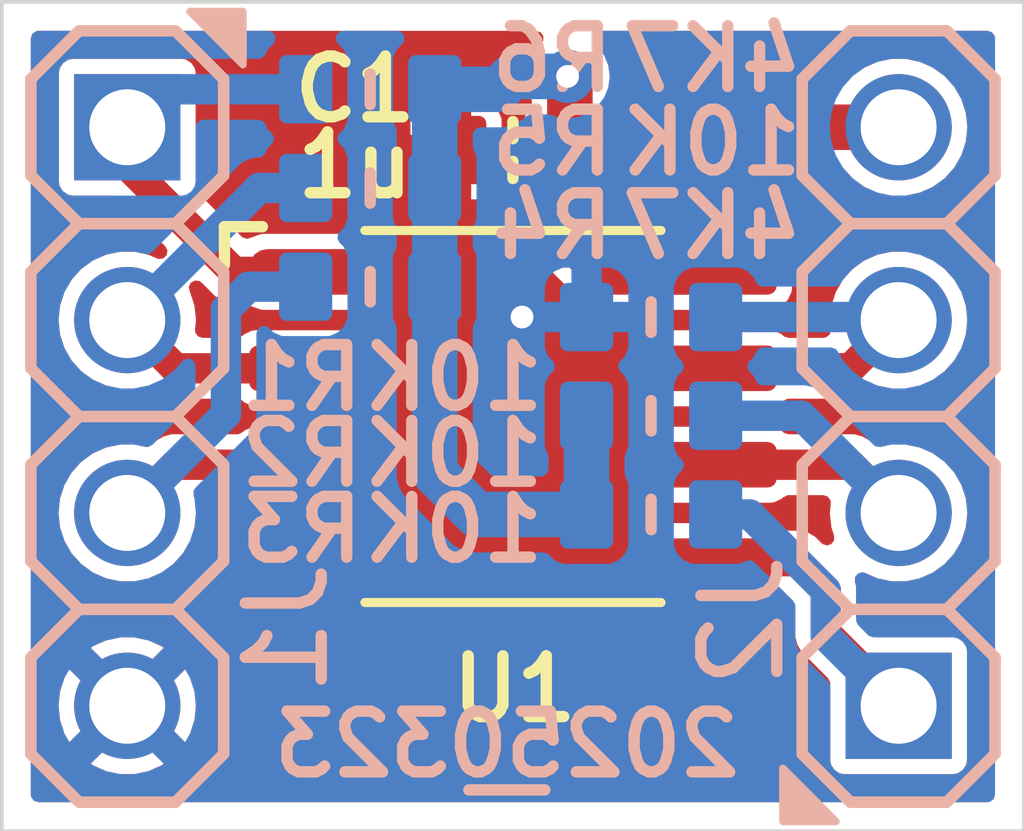
<source format=kicad_pcb>
(kicad_pcb (version 20240108) (generator "pcbnew") (generator_version "8.0")
  (layers (0 "F.Cu" mixed) (31 "B.Cu" mixed) (34 "B.Paste" user) (35 "F.Paste" user) (36 "B.SilkS" user "B.Silkscreen") (37 "F.SilkS" user "F.Silkscreen") (38 "B.Mask" user) (39 "F.Mask" user) (44 "Edge.Cuts" user))
  (net 0 "")
  (net 1 "GND")
  (net 2 "VCC")
  (net 3 "/A1")
  (net 4 "/A0")
  (net 5 "/A2")
  (net 6 "/SDA")
  (net 7 "/WP")
  (net 8 "/SCL")
  (footprint "SquantorCapacitor:C_0603" (layer "F.Cu") (at 132.08 51.1)
    (property "Reference" "C1" (at -2.08 -0.8 0) (layer "F.SilkS") (effects (font (size 0.8 0.8))))
    (property "Value" "1u" (at -2.08 0.2 0) (layer "F.SilkS") (effects (font (size 0.8 0.8))))
    (fp_line (start 0 -0.15) (end 0 -0.375) (stroke (width 0.15)) (layer "F.SilkS"))
    (fp_line (start 0 0.375) (end 0 0.15) (stroke (width 0.15)) (layer "F.SilkS"))
    (pad "1" smd roundrect (at -0.75 0) (size 0.8 0.9) (layers "F.Cu" "F.Paste" "F.Mask") (roundrect_rratio 0.125) (net 1 "GND"))
    (pad "2" smd roundrect (at 0.75 0) (size 0.8 0.9) (layers "F.Cu" "F.Paste" "F.Mask") (roundrect_rratio 0.125) (net 2 "VCC"))
  )
  (footprint "SquantorIC:SOIC-8" (layer "F.Cu") (at 132.08 54.61)
    (property "Reference" "U1" (at 0.02 3.59 0) (layer "F.SilkS") (effects (font (size 0.8 0.8))))
    (property "Value" "~")
    (fp_line (start -3.8 -2.5) (end -3.8 -2) (stroke (width 0.15)) (layer "F.SilkS"))
    (fp_line (start -3.8 -2.5) (end -3.3 -2.5) (stroke (width 0.15)) (layer "F.SilkS"))
    (fp_line (start -1.95 -2.45) (end 1.95 -2.45) (stroke (width 0.12)) (layer "F.SilkS"))
    (fp_line (start -1.95 2.45) (end 1.95 2.45) (stroke (width 0.12)) (layer "F.SilkS"))
    (pad "1" smd roundrect (at -2.7 -1.905 90) (size 0.6 1.55) (layers "F.Cu" "F.Paste" "F.Mask") (roundrect_rratio 0.4) (net 4 "/A0"))
    (pad "2" smd roundrect (at -2.7 -0.635 90) (size 0.6 1.55) (layers "F.Cu" "F.Paste" "F.Mask") (roundrect_rratio 0.2) (net 3 "/A1"))
    (pad "3" smd roundrect (at -2.7 0.635 90) (size 0.6 1.55) (layers "F.Cu" "F.Paste" "F.Mask") (roundrect_rratio 0.2) (net 5 "/A2"))
    (pad "4" smd roundrect (at -2.7 1.905 90) (size 0.6 1.55) (layers "F.Cu" "F.Paste" "F.Mask") (roundrect_rratio 0.2) (net 1 "GND"))
    (pad "5" smd roundrect (at 2.7 1.905 90) (size 0.6 1.55) (layers "F.Cu" "F.Paste" "F.Mask") (roundrect_rratio 0.2) (net 6 "/SDA"))
    (pad "6" smd roundrect (at 2.7 0.635 90) (size 0.6 1.55) (layers "F.Cu" "F.Paste" "F.Mask") (roundrect_rratio 0.2) (net 8 "/SCL"))
    (pad "7" smd roundrect (at 2.7 -0.635 90) (size 0.6 1.55) (layers "F.Cu" "F.Paste" "F.Mask") (roundrect_rratio 0.2) (net 7 "/WP"))
    (pad "8" smd roundrect (at 2.7 -1.905 90) (size 0.6 1.55) (layers "F.Cu" "F.Paste" "F.Mask") (roundrect_rratio 0.2) (net 2 "VCC"))
  )
  (footprint "SquantorLabels:Label_Generic" (layer "B.Cu") (at 132 58.928 180)
    (property "Reference" "N1" (hide yes))
    (property "Value" "20250323" (at 0 0 0) (layer "B.SilkS") (effects (font (size 0.8 0.8)) (justify mirror)))
    (fp_line (start 0.5 -0.6) (end -0.5 -0.6) (stroke (width 0.15)) (layer "B.SilkS"))
  )
  (footprint "SquantorConnectors:Header-0254-1X04-H010" (layer "B.Cu") (at 127 54.61 -90)
    (property "Reference" "J1" (at 2.79 -2.1 90) (layer "B.SilkS") (effects (justify mirror)))
    (property "Value" "Conn_01x04")
    (fp_line (start -3.175 1.27) (end -4.445 1.27) (stroke (width 0.1524)) (layer "B.SilkS"))
    (fp_line (start -1.905 1.27) (end -2.54 0.635) (stroke (width 0.1524)) (layer "B.SilkS"))
    (fp_line (start -0.635 1.27) (end -1.905 1.27) (stroke (width 0.1524)) (layer "B.SilkS"))
    (fp_line (start 0.635 1.27) (end 0 0.635) (stroke (width 0.1524)) (layer "B.SilkS"))
    (fp_line (start 1.905 1.27) (end 0.635 1.27) (stroke (width 0.1524)) (layer "B.SilkS"))
    (fp_line (start 4.445 1.27) (end 3.175 1.27) (stroke (width 0.1524)) (layer "B.SilkS"))
    (fp_line (start -5.08 0.635) (end -4.445 1.27) (stroke (width 0.1524)) (layer "B.SilkS"))
    (fp_line (start -2.54 0.635) (end -3.175 1.27) (stroke (width 0.1524)) (layer "B.SilkS"))
    (fp_line (start 0 0.635) (end -0.635 1.27) (stroke (width 0.1524)) (layer "B.SilkS"))
    (fp_line (start 2.54 0.635) (end 1.905 1.27) (stroke (width 0.1524)) (layer "B.SilkS"))
    (fp_line (start 2.54 0.635) (end 3.175 1.27) (stroke (width 0.1524)) (layer "B.SilkS"))
    (fp_line (start 5.08 0.635) (end 4.445 1.27) (stroke (width 0.1524)) (layer "B.SilkS"))
    (fp_line (start -5.08 -0.635) (end -5.08 0.635) (stroke (width 0.1524)) (layer "B.SilkS"))
    (fp_line (start -2.54 -0.635) (end -2.54 0.635) (stroke (width 0.1524)) (layer "B.SilkS"))
    (fp_line (start -2.54 -0.635) (end -1.905 -1.27) (stroke (width 0.1524)) (layer "B.SilkS"))
    (fp_line (start 0 -0.635) (end 0 0.635) (stroke (width 0.1524)) (layer "B.SilkS"))
    (fp_line (start 0 -0.635) (end 0.635 -1.27) (stroke (width 0.1524)) (layer "B.SilkS"))
    (fp_line (start 2.54 -0.635) (end 2.54 0.635) (stroke (width 0.1524)) (layer "B.SilkS"))
    (fp_line (start 5.08 -0.635) (end 5.08 0.635) (stroke (width 0.1524)) (layer "B.SilkS"))
    (fp_line (start -4.445 -1.27) (end -5.08 -0.635) (stroke (width 0.1524)) (layer "B.SilkS"))
    (fp_line (start -4.445 -1.27) (end -3.175 -1.27) (stroke (width 0.1524)) (layer "B.SilkS"))
    (fp_line (start -3.175 -1.27) (end -2.54 -0.635) (stroke (width 0.1524)) (layer "B.SilkS"))
    (fp_line (start -1.905 -1.27) (end -0.635 -1.27) (stroke (width 0.1524)) (layer "B.SilkS"))
    (fp_line (start -0.635 -1.27) (end 0 -0.635) (stroke (width 0.1524)) (layer "B.SilkS"))
    (fp_line (start 0.635 -1.27) (end 1.905 -1.27) (stroke (width 0.1524)) (layer "B.SilkS"))
    (fp_line (start 1.905 -1.27) (end 2.54 -0.635) (stroke (width 0.1524)) (layer "B.SilkS"))
    (fp_line (start 3.175 -1.27) (end 2.54 -0.635) (stroke (width 0.1524)) (layer "B.SilkS"))
    (fp_line (start 3.175 -1.27) (end 4.445 -1.27) (stroke (width 0.1524)) (layer "B.SilkS"))
    (fp_line (start 4.445 -1.27) (end 5.08 -0.635) (stroke (width 0.1524)) (layer "B.SilkS"))
    (fp_poly (pts (xy -5.334 -0.8255) (xy -5.334 -1.524) (xy -4.6355 -1.524)) (stroke (width 0.1)) (fill solid) (layer "B.SilkS"))
    (pad "1" thru_hole rect (at -3.81 0 90) (size 1.4 1.4) (drill 1) (layers "*.Cu" "*.Mask" "In1.Cu" "In2.Cu" "In3.Cu" "In4.Cu" "In5.Cu" "In6.Cu" "In7.Cu" "In8.Cu" "In9.Cu" "In10.Cu" "In11.Cu" "In12.Cu" "In13.Cu" "In14.Cu" "In15.Cu" "In16.Cu" "In17.Cu" "In18.Cu" "In19.Cu" "In20.Cu" "In21.Cu" "In22.Cu" "In23.Cu" "In24.Cu" "In25.Cu" "In26.Cu" "In27.Cu" "In28.Cu" "In29.Cu" "In30.Cu") (net 4 "/A0"))
    (pad "2" thru_hole circle (at -1.27 0 90) (size 1.4 1.4) (drill 1) (layers "*.Cu" "*.Mask" "In1.Cu" "In2.Cu" "In3.Cu" "In4.Cu" "In5.Cu" "In6.Cu" "In7.Cu" "In8.Cu" "In9.Cu" "In10.Cu" "In11.Cu" "In12.Cu" "In13.Cu" "In14.Cu" "In15.Cu" "In16.Cu" "In17.Cu" "In18.Cu" "In19.Cu" "In20.Cu" "In21.Cu" "In22.Cu" "In23.Cu" "In24.Cu" "In25.Cu" "In26.Cu" "In27.Cu" "In28.Cu" "In29.Cu" "In30.Cu") (net 3 "/A1"))
    (pad "3" thru_hole circle (at 1.27 0 90) (size 1.4 1.4) (drill 1) (layers "*.Cu" "*.Mask" "In1.Cu" "In2.Cu" "In3.Cu" "In4.Cu" "In5.Cu" "In6.Cu" "In7.Cu" "In8.Cu" "In9.Cu" "In10.Cu" "In11.Cu" "In12.Cu" "In13.Cu" "In14.Cu" "In15.Cu" "In16.Cu" "In17.Cu" "In18.Cu" "In19.Cu" "In20.Cu" "In21.Cu" "In22.Cu" "In23.Cu" "In24.Cu" "In25.Cu" "In26.Cu" "In27.Cu" "In28.Cu" "In29.Cu" "In30.Cu") (net 5 "/A2"))
    (pad "4" thru_hole circle (at 3.81 0 90) (size 1.4 1.4) (drill 1) (layers "*.Cu" "*.Mask" "In1.Cu" "In2.Cu" "In3.Cu" "In4.Cu" "In5.Cu" "In6.Cu" "In7.Cu" "In8.Cu" "In9.Cu" "In10.Cu" "In11.Cu" "In12.Cu" "In13.Cu" "In14.Cu" "In15.Cu" "In16.Cu" "In17.Cu" "In18.Cu" "In19.Cu" "In20.Cu" "In21.Cu" "In22.Cu" "In23.Cu" "In24.Cu" "In25.Cu" "In26.Cu" "In27.Cu" "In28.Cu" "In29.Cu" "In30.Cu") (net 1 "GND"))
  )
  (footprint "SquantorResistor:R_0603_hand" (layer "B.Cu") (at 133.9 54.6 180)
    (property "Reference" "R5" (at 1.3 3.6 0) (layer "B.SilkS") (effects (font (size 0.8 0.8)) (justify mirror)))
    (property "Value" "4K7" (at -0.8 2.5 0) (layer "B.SilkS") (effects (font (size 0.8 0.8)) (justify mirror)))
    (fp_line (start 0 -0.2) (end 0 0.2) (stroke (width 0.15)) (layer "B.SilkS"))
    (pad "1" smd roundrect (at -0.85 0 180) (size 0.7 0.9) (layers "B.Cu" "B.Paste" "B.Mask") (roundrect_rratio 0.1428571429) (net 8 "/SCL"))
    (pad "2" smd roundrect (at 0.85 0 180) (size 0.7 0.9) (layers "B.Cu" "B.Paste" "B.Mask") (roundrect_rratio 0.1428571429) (net 2 "VCC"))
  )
  (footprint "SquantorResistor:R_0603_hand" (layer "B.Cu") (at 133.9 53.3 180)
    (property "Reference" "R4" (at 1.3 1.2 0) (layer "B.SilkS") (effects (font (size 0.8 0.8)) (justify mirror)))
    (property "Value" "10K" (at -0.8 2.3 0) (layer "B.SilkS") (effects (font (size 0.8 0.8)) (justify mirror)))
    (fp_line (start 0 -0.2) (end 0 0.2) (stroke (width 0.15)) (layer "B.SilkS"))
    (pad "1" smd roundrect (at -0.85 0 180) (size 0.7 0.9) (layers "B.Cu" "B.Paste" "B.Mask") (roundrect_rratio 0.1428571429) (net 7 "/WP"))
    (pad "2" smd roundrect (at 0.85 0 180) (size 0.7 0.9) (layers "B.Cu" "B.Paste" "B.Mask") (roundrect_rratio 0.1428571429) (net 1 "GND"))
  )
  (footprint "SquantorResistor:R_0603_hand" (layer "B.Cu") (at 130.2 52.9 180)
    (property "Reference" "R3" (at 0.9 -3.2 0) (layer "B.SilkS") (effects (font (size 0.8 0.8)) (justify mirror)))
    (property "Value" "10K" (at -1.1 -3.2 0) (layer "B.SilkS") (effects (font (size 0.8 0.8)) (justify mirror)))
    (fp_line (start 0 -0.2) (end 0 0.2) (stroke (width 0.15)) (layer "B.SilkS"))
    (pad "1" smd roundrect (at -0.85 0 180) (size 0.7 0.9) (layers "B.Cu" "B.Paste" "B.Mask") (roundrect_rratio 0.1428571429) (net 2 "VCC"))
    (pad "2" smd roundrect (at 0.85 0 180) (size 0.7 0.9) (layers "B.Cu" "B.Paste" "B.Mask") (roundrect_rratio 0.1428571429) (net 5 "/A2"))
  )
  (footprint "SquantorResistor:R_0603_hand" (layer "B.Cu") (at 130.2 51.6 180)
    (property "Reference" "R2" (at 0.9 -3.5 0) (layer "B.SilkS") (effects (font (size 0.8 0.8)) (justify mirror)))
    (property "Value" "10K" (at -1.1 -3.5 0) (layer "B.SilkS") (effects (font (size 0.8 0.8)) (justify mirror)))
    (fp_line (start 0 -0.2) (end 0 0.2) (stroke (width 0.15)) (layer "B.SilkS"))
    (pad "1" smd roundrect (at -0.85 0 180) (size 0.7 0.9) (layers "B.Cu" "B.Paste" "B.Mask") (roundrect_rratio 0.1428571429) (net 2 "VCC"))
    (pad "2" smd roundrect (at 0.85 0 180) (size 0.7 0.9) (layers "B.Cu" "B.Paste" "B.Mask") (roundrect_rratio 0.1428571429) (net 3 "/A1"))
  )
  (footprint "SquantorResistor:R_0603_hand" (layer "B.Cu") (at 133.9 55.9 180)
    (property "Reference" "R6" (at 1.3 6 0) (layer "B.SilkS") (effects (font (size 0.8 0.8)) (justify mirror)))
    (property "Value" "4K7" (at -0.8 6 0) (layer "B.SilkS") (effects (font (size 0.8 0.8)) (justify mirror)))
    (fp_line (start 0 -0.2) (end 0 0.2) (stroke (width 0.15)) (layer "B.SilkS"))
    (pad "1" smd roundrect (at -0.85 0 180) (size 0.7 0.9) (layers "B.Cu" "B.Paste" "B.Mask") (roundrect_rratio 0.1428571429) (net 6 "/SDA"))
    (pad "2" smd roundrect (at 0.85 0 180) (size 0.7 0.9) (layers "B.Cu" "B.Paste" "B.Mask") (roundrect_rratio 0.1428571429) (net 2 "VCC"))
  )
  (footprint "SquantorResistor:R_0603_hand" (layer "B.Cu") (at 130.2 50.3 180)
    (property "Reference" "R1" (at 0.9 -3.8 0) (layer "B.SilkS") (effects (font (size 0.8 0.8)) (justify mirror)))
    (property "Value" "10K" (at -1.1 -3.8 0) (layer "B.SilkS") (effects (font (size 0.8 0.8)) (justify mirror)))
    (fp_line (start 0 -0.2) (end 0 0.2) (stroke (width 0.15)) (layer "B.SilkS"))
    (pad "1" smd roundrect (at -0.85 0 180) (size 0.7 0.9) (layers "B.Cu" "B.Paste" "B.Mask") (roundrect_rratio 0.1428571429) (net 2 "VCC"))
    (pad "2" smd roundrect (at 0.85 0 180) (size 0.7 0.9) (layers "B.Cu" "B.Paste" "B.Mask") (roundrect_rratio 0.1428571429) (net 4 "/A0"))
  )
  (footprint "SquantorConnectors:Header-0254-1X04-H010" (layer "B.Cu") (at 137.16 54.61 90)
    (property "Reference" "J2" (at -2.69 -2.06 90) (layer "B.SilkS") (effects (justify mirror)))
    (property "Value" "Conn_01x04")
    (fp_line (start 4.445 -1.27) (end 5.08 -0.635) (stroke (width 0.1524)) (layer "B.SilkS"))
    (fp_line (start 3.175 -1.27) (end 4.445 -1.27) (stroke (width 0.1524)) (layer "B.SilkS"))
    (fp_line (start 3.175 -1.27) (end 2.54 -0.635) (stroke (width 0.1524)) (layer "B.SilkS"))
    (fp_line (start 1.905 -1.27) (end 2.54 -0.635) (stroke (width 0.1524)) (layer "B.SilkS"))
    (fp_line (start 0.635 -1.27) (end 1.905 -1.27) (stroke (width 0.1524)) (layer "B.SilkS"))
    (fp_line (start -0.635 -1.27) (end 0 -0.635) (stroke (width 0.1524)) (layer "B.SilkS"))
    (fp_line (start -1.905 -1.27) (end -0.635 -1.27) (stroke (width 0.1524)) (layer "B.SilkS"))
    (fp_line (start -3.175 -1.27) (end -2.54 -0.635) (stroke (width 0.1524)) (layer "B.SilkS"))
    (fp_line (start -4.445 -1.27) (end -3.175 -1.27) (stroke (width 0.1524)) (layer "B.SilkS"))
    (fp_line (start -4.445 -1.27) (end -5.08 -0.635) (stroke (width 0.1524)) (layer "B.SilkS"))
    (fp_line (start 5.08 -0.635) (end 5.08 0.635) (stroke (width 0.1524)) (layer "B.SilkS"))
    (fp_line (start 2.54 -0.635) (end 2.54 0.635) (stroke (width 0.1524)) (layer "B.SilkS"))
    (fp_line (start 0 -0.635) (end 0.635 -1.27) (stroke (width 0.1524)) (layer "B.SilkS"))
    (fp_line (start 0 -0.635) (end 0 0.635) (stroke (width 0.1524)) (layer "B.SilkS"))
    (fp_line (start -2.54 -0.635) (end -1.905 -1.27) (stroke (width 0.1524)) (layer "B.SilkS"))
    (fp_line (start -2.54 -0.635) (end -2.54 0.635) (stroke (width 0.1524)) (layer "B.SilkS"))
    (fp_line (start -5.08 -0.635) (end -5.08 0.635) (stroke (width 0.1524)) (layer "B.SilkS"))
    (fp_line (start 5.08 0.635) (end 4.445 1.27) (stroke (width 0.1524)) (layer "B.SilkS"))
    (fp_line (start 2.54 0.635) (end 3.175 1.27) (stroke (width 0.1524)) (layer "B.SilkS"))
    (fp_line (start 2.54 0.635) (end 1.905 1.27) (stroke (width 0.1524)) (layer "B.SilkS"))
    (fp_line (start 0 0.635) (end -0.635 1.27) (stroke (width 0.1524)) (layer "B.SilkS"))
    (fp_line (start -2.54 0.635) (end -3.175 1.27) (stroke (width 0.1524)) (layer "B.SilkS"))
    (fp_line (start -5.08 0.635) (end -4.445 1.27) (stroke (width 0.1524)) (layer "B.SilkS"))
    (fp_line (start 4.445 1.27) (end 3.175 1.27) (stroke (width 0.1524)) (layer "B.SilkS"))
    (fp_line (start 1.905 1.27) (end 0.635 1.27) (stroke (width 0.1524)) (layer "B.SilkS"))
    (fp_line (start 0.635 1.27) (end 0 0.635) (stroke (width 0.1524)) (layer "B.SilkS"))
    (fp_line (start -0.635 1.27) (end -1.905 1.27) (stroke (width 0.1524)) (layer "B.SilkS"))
    (fp_line (start -1.905 1.27) (end -2.54 0.635) (stroke (width 0.1524)) (layer "B.SilkS"))
    (fp_line (start -3.175 1.27) (end -4.445 1.27) (stroke (width 0.1524)) (layer "B.SilkS"))
    (fp_poly (pts (xy -5.334 -0.8255) (xy -5.334 -1.524) (xy -4.6355 -1.524)) (stroke (width 0.1)) (fill solid) (layer "B.SilkS"))
    (pad "1" thru_hole rect (at -3.81 0 270) (size 1.4 1.4) (drill 1) (layers "*.Cu" "*.Mask" "In1.Cu" "In2.Cu" "In3.Cu" "In4.Cu" "In5.Cu" "In6.Cu" "In7.Cu" "In8.Cu" "In9.Cu" "In10.Cu" "In11.Cu" "In12.Cu" "In13.Cu" "In14.Cu" "In15.Cu" "In16.Cu" "In17.Cu" "In18.Cu" "In19.Cu" "In20.Cu" "In21.Cu" "In22.Cu" "In23.Cu" "In24.Cu" "In25.Cu" "In26.Cu" "In27.Cu" "In28.Cu" "In29.Cu" "In30.Cu") (net 6 "/SDA"))
    (pad "2" thru_hole circle (at -1.27 0 270) (size 1.4 1.4) (drill 1) (layers "*.Cu" "*.Mask" "In1.Cu" "In2.Cu" "In3.Cu" "In4.Cu" "In5.Cu" "In6.Cu" "In7.Cu" "In8.Cu" "In9.Cu" "In10.Cu" "In11.Cu" "In12.Cu" "In13.Cu" "In14.Cu" "In15.Cu" "In16.Cu" "In17.Cu" "In18.Cu" "In19.Cu" "In20.Cu" "In21.Cu" "In22.Cu" "In23.Cu" "In24.Cu" "In25.Cu" "In26.Cu" "In27.Cu" "In28.Cu" "In29.Cu" "In30.Cu") (net 8 "/SCL"))
    (pad "3" thru_hole circle (at 1.27 0 270) (size 1.4 1.4) (drill 1) (layers "*.Cu" "*.Mask" "In1.Cu" "In2.Cu" "In3.Cu" "In4.Cu" "In5.Cu" "In6.Cu" "In7.Cu" "In8.Cu" "In9.Cu" "In10.Cu" "In11.Cu" "In12.Cu" "In13.Cu" "In14.Cu" "In15.Cu" "In16.Cu" "In17.Cu" "In18.Cu" "In19.Cu" "In20.Cu" "In21.Cu" "In22.Cu" "In23.Cu" "In24.Cu" "In25.Cu" "In26.Cu" "In27.Cu" "In28.Cu" "In29.Cu" "In30.Cu") (net 7 "/WP"))
    (pad "4" thru_hole circle (at 3.81 0 270) (size 1.4 1.4) (drill 1) (layers "*.Cu" "*.Mask" "In1.Cu" "In2.Cu" "In3.Cu" "In4.Cu" "In5.Cu" "In6.Cu" "In7.Cu" "In8.Cu" "In9.Cu" "In10.Cu" "In11.Cu" "In12.Cu" "In13.Cu" "In14.Cu" "In15.Cu" "In16.Cu" "In17.Cu" "In18.Cu" "In19.Cu" "In20.Cu" "In21.Cu" "In22.Cu" "In23.Cu" "In24.Cu" "In25.Cu" "In26.Cu" "In27.Cu" "In28.Cu" "In29.Cu" "In30.Cu") (net 2 "VCC"))
  )
  (gr_line (start 138.811 60.071) (end 125.349 60.071) (stroke (width 0.05)) (layer "Edge.Cuts"))
  (gr_line (start 125.349 60.071) (end 125.349 49.149) (stroke (width 0.05)) (layer "Edge.Cuts"))
  (gr_line (start 138.811 49.149) (end 138.811 60.071) (stroke (width 0.05)) (layer "Edge.Cuts"))
  (gr_line (start 125.349 49.149) (end 138.811 49.149) (stroke (width 0.05)) (layer "Edge.Cuts"))
  (via (at 132.2 53.3) (size 0.7) (drill 0.3) (layers "F.Cu" "B.Cu") (net 1))
  (segment (start 137.16 50.8) (end 134.5 50.8) (width 0.6) (layer "F.Cu") (net 2))
  (segment (start 134.2 51.1) (end 132.83 51.1) (width 0.6) (layer "F.Cu") (net 2))
  (segment (start 132.83 51.1) (end 132.83 52.23) (width 0.6) (layer "F.Cu") (net 2))
  (segment (start 132.83 50.16) (end 132.83 51.1) (width 0.6) (layer "F.Cu") (net 2))
  (segment (start 132.8 50.13) (end 132.83 50.16) (width 0.6) (layer "F.Cu") (net 2))
  (segment (start 132.83 52.23) (end 133.305 52.705) (width 0.6) (layer "F.Cu") (net 2))
  (segment (start 133.305 52.705) (end 134.78 52.705) (width 0.6) (layer "F.Cu") (net 2))
  (segment (start 134.5 50.8) (end 134.2 51.1) (width 0.6) (layer "F.Cu") (net 2))
  (via (at 132.8 50.13) (size 0.7) (drill 0.3) (layers "F.Cu" "B.Cu") (net 2))
  (segment (start 132.07 50.13) (end 131.9 50.3) (width 0.6) (layer "B.Cu") (net 2))
  (segment (start 131.05 51.6) (end 131.05 52.9) (width 0.6) (layer "B.Cu") (net 2))
  (segment (start 131.6 55.9) (end 133.05 55.9) (width 0.6) (layer "B.Cu") (net 2))
  (segment (start 131.9 50.3) (end 131.05 50.3) (width 0.6) (layer "B.Cu") (net 2))
  (segment (start 131.05 52.9) (end 131.05 55.35) (width 0.6) (layer "B.Cu") (net 2))
  (segment (start 131.05 50.3) (end 131.05 51.6) (width 0.6) (layer "B.Cu") (net 2))
  (segment (start 133.05 55.9) (end 133.05 54.6) (width 0.6) (layer "B.Cu") (net 2))
  (segment (start 131.05 55.35) (end 131.6 55.9) (width 0.6) (layer "B.Cu") (net 2))
  (segment (start 132.8 50.13) (end 132.07 50.13) (width 0.6) (layer "B.Cu") (net 2))
  (segment (start 127.635 53.975) (end 127 53.34) (width 0.4) (layer "F.Cu") (net 3))
  (segment (start 129.38 53.975) (end 127.635 53.975) (width 0.4) (layer "F.Cu") (net 3))
  (segment (start 129.35 51.6) (end 128.74 51.6) (width 0.4) (layer "B.Cu") (net 3))
  (segment (start 128.74 51.6) (end 127 53.34) (width 0.4) (layer "B.Cu") (net 3))
  (segment (start 129.38 52.705) (end 128.405 52.705) (width 0.4) (layer "F.Cu") (net 4))
  (segment (start 128.405 52.705) (end 127 51.3) (width 0.4) (layer "F.Cu") (net 4))
  (segment (start 127 51.3) (end 127 50.8) (width 0.4) (layer "F.Cu") (net 4))
  (segment (start 127.5 50.3) (end 127 50.8) (width 0.4) (layer "B.Cu") (net 4))
  (segment (start 129.35 50.3) (end 127.5 50.3) (width 0.4) (layer "B.Cu") (net 4))
  (segment (start 129.38 55.245) (end 127.635 55.245) (width 0.4) (layer "F.Cu") (net 5))
  (segment (start 127.635 55.245) (end 127 55.88) (width 0.4) (layer "F.Cu") (net 5))
  (segment (start 128.3 53.2) (end 128.3 54.58) (width 0.4) (layer "B.Cu") (net 5))
  (segment (start 128.3 54.58) (end 127 55.88) (width 0.4) (layer "B.Cu") (net 5))
  (segment (start 128.6 52.9) (end 128.3 53.2) (width 0.4) (layer "B.Cu") (net 5))
  (segment (start 129.35 52.9) (end 128.6 52.9) (width 0.4) (layer "B.Cu") (net 5))
  (segment (start 136.2 56.9) (end 136.2 57.46) (width 0.4) (layer "F.Cu") (net 6))
  (segment (start 134.78 56.515) (end 135.815 56.515) (width 0.4) (layer "F.Cu") (net 6))
  (segment (start 135.815 56.515) (end 136.2 56.9) (width 0.4) (layer "F.Cu") (net 6))
  (segment (start 136.2 57.46) (end 137.16 58.42) (width 0.4) (layer "F.Cu") (net 6))
  (segment (start 135.2 55.9) (end 136.2 56.9) (width 0.4) (layer "B.Cu") (net 6))
  (segment (start 134.75 55.9) (end 135.2 55.9) (width 0.4) (layer "B.Cu") (net 6))
  (segment (start 136.2 57.5) (end 137.12 58.42) (width 0.4) (layer "B.Cu") (net 6))
  (segment (start 136.2 56.9) (end 136.2 57.5) (width 0.4) (layer "B.Cu") (net 6))
  (segment (start 137.12 58.42) (end 137.16 58.42) (width 0.4) (layer "B.Cu") (net 6))
  (segment (start 136.525 53.975) (end 137.16 53.34) (width 0.4) (layer "F.Cu") (net 7))
  (segment (start 134.78 53.975) (end 136.525 53.975) (width 0.4) (layer "F.Cu") (net 7))
  (segment (start 137.12 53.3) (end 137.16 53.34) (width 0.4) (layer "B.Cu") (net 7))
  (segment (start 134.75 53.3) (end 137.12 53.3) (width 0.4) (layer "B.Cu") (net 7))
  (segment (start 134.78 55.245) (end 136.525 55.245) (width 0.4) (layer "F.Cu") (net 8))
  (segment (start 136.525 55.245) (end 137.16 55.88) (width 0.4) (layer "F.Cu") (net 8))
  (segment (start 134.75 54.6) (end 135.88 54.6) (width 0.4) (layer "B.Cu") (net 8))
  (segment (start 135.88 54.6) (end 137.16 55.88) (width 0.4) (layer "B.Cu") (net 8))
  (zone (net 1) (net_name "GND") (layers "F.Cu" "B.Cu") (connect_pads (clearance 0.2)) (min_thickness 0.2) (fill yes (thermal_gap 0.2) (thermal_bridge_width 0.4))
    (polygon (pts (xy 125.73 49.53) (xy 138.43 49.53) (xy 138.43 59.69) (xy 125.73 59.69)))
  )
)
</source>
